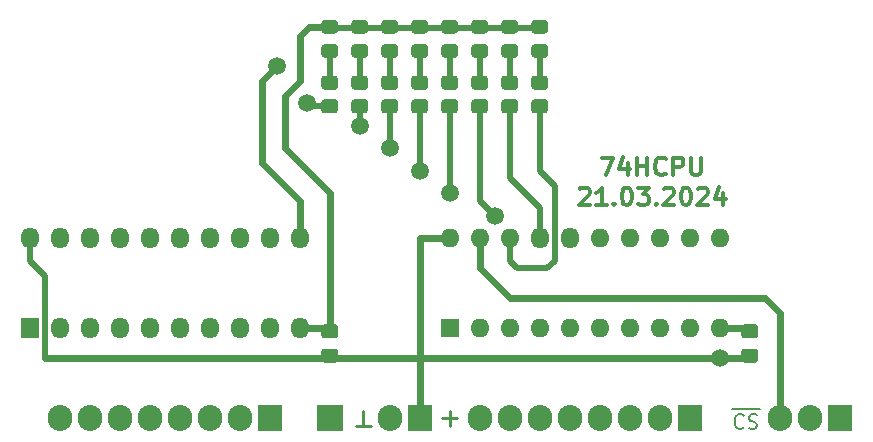
<source format=gbr>
%TF.GenerationSoftware,KiCad,Pcbnew,(5.1.8)-1*%
%TF.CreationDate,2024-03-21T22:44:30+03:00*%
%TF.ProjectId,Reg,5265672e-6b69-4636-9164-5f7063625858,rev?*%
%TF.SameCoordinates,Original*%
%TF.FileFunction,Copper,L1,Top*%
%TF.FilePolarity,Positive*%
%FSLAX46Y46*%
G04 Gerber Fmt 4.6, Leading zero omitted, Abs format (unit mm)*
G04 Created by KiCad (PCBNEW (5.1.8)-1) date 2024-03-21 22:44:30*
%MOMM*%
%LPD*%
G01*
G04 APERTURE LIST*
%TA.AperFunction,NonConductor*%
%ADD10C,0.200000*%
%TD*%
%TA.AperFunction,NonConductor*%
%ADD11C,0.300000*%
%TD*%
%TA.AperFunction,ComponentPad*%
%ADD12R,2.200000X2.200000*%
%TD*%
%TA.AperFunction,ComponentPad*%
%ADD13O,1.500000X1.800000*%
%TD*%
%TA.AperFunction,ComponentPad*%
%ADD14R,1.500000X1.800000*%
%TD*%
%TA.AperFunction,ComponentPad*%
%ADD15O,1.600000X1.600000*%
%TD*%
%TA.AperFunction,ComponentPad*%
%ADD16R,1.600000X1.600000*%
%TD*%
%TA.AperFunction,ComponentPad*%
%ADD17R,2.100000X2.200000*%
%TD*%
%TA.AperFunction,ComponentPad*%
%ADD18O,2.100000X2.200000*%
%TD*%
%TA.AperFunction,ViaPad*%
%ADD19C,1.500000*%
%TD*%
%TA.AperFunction,Conductor*%
%ADD20C,0.250000*%
%TD*%
%TA.AperFunction,Conductor*%
%ADD21C,0.600000*%
%TD*%
%TA.AperFunction,Conductor*%
%ADD22C,0.500000*%
%TD*%
G04 APERTURE END LIST*
D10*
X110271071Y-52533500D02*
X111471071Y-52533500D01*
X111242500Y-54086071D02*
X111185357Y-54143214D01*
X111013928Y-54200357D01*
X110899642Y-54200357D01*
X110728214Y-54143214D01*
X110613928Y-54028928D01*
X110556785Y-53914642D01*
X110499642Y-53686071D01*
X110499642Y-53514642D01*
X110556785Y-53286071D01*
X110613928Y-53171785D01*
X110728214Y-53057500D01*
X110899642Y-53000357D01*
X111013928Y-53000357D01*
X111185357Y-53057500D01*
X111242500Y-53114642D01*
X111471071Y-52533500D02*
X112613928Y-52533500D01*
X111699642Y-54143214D02*
X111871071Y-54200357D01*
X112156785Y-54200357D01*
X112271071Y-54143214D01*
X112328214Y-54086071D01*
X112385357Y-53971785D01*
X112385357Y-53857500D01*
X112328214Y-53743214D01*
X112271071Y-53686071D01*
X112156785Y-53628928D01*
X111928214Y-53571785D01*
X111813928Y-53514642D01*
X111756785Y-53457500D01*
X111699642Y-53343214D01*
X111699642Y-53228928D01*
X111756785Y-53114642D01*
X111813928Y-53057500D01*
X111928214Y-53000357D01*
X112213928Y-53000357D01*
X112385357Y-53057500D01*
D11*
X97362142Y-33928928D02*
X97433571Y-33857500D01*
X97576428Y-33786071D01*
X97933571Y-33786071D01*
X98076428Y-33857500D01*
X98147857Y-33928928D01*
X98219285Y-34071785D01*
X98219285Y-34214642D01*
X98147857Y-34428928D01*
X97290714Y-35286071D01*
X98219285Y-35286071D01*
X99647857Y-35286071D02*
X98790714Y-35286071D01*
X99219285Y-35286071D02*
X99219285Y-33786071D01*
X99076428Y-34000357D01*
X98933571Y-34143214D01*
X98790714Y-34214642D01*
X100290714Y-35143214D02*
X100362142Y-35214642D01*
X100290714Y-35286071D01*
X100219285Y-35214642D01*
X100290714Y-35143214D01*
X100290714Y-35286071D01*
X101290714Y-33786071D02*
X101433571Y-33786071D01*
X101576428Y-33857500D01*
X101647857Y-33928928D01*
X101719285Y-34071785D01*
X101790714Y-34357500D01*
X101790714Y-34714642D01*
X101719285Y-35000357D01*
X101647857Y-35143214D01*
X101576428Y-35214642D01*
X101433571Y-35286071D01*
X101290714Y-35286071D01*
X101147857Y-35214642D01*
X101076428Y-35143214D01*
X101005000Y-35000357D01*
X100933571Y-34714642D01*
X100933571Y-34357500D01*
X101005000Y-34071785D01*
X101076428Y-33928928D01*
X101147857Y-33857500D01*
X101290714Y-33786071D01*
X102290714Y-33786071D02*
X103219285Y-33786071D01*
X102719285Y-34357500D01*
X102933571Y-34357500D01*
X103076428Y-34428928D01*
X103147857Y-34500357D01*
X103219285Y-34643214D01*
X103219285Y-35000357D01*
X103147857Y-35143214D01*
X103076428Y-35214642D01*
X102933571Y-35286071D01*
X102505000Y-35286071D01*
X102362142Y-35214642D01*
X102290714Y-35143214D01*
X103862142Y-35143214D02*
X103933571Y-35214642D01*
X103862142Y-35286071D01*
X103790714Y-35214642D01*
X103862142Y-35143214D01*
X103862142Y-35286071D01*
X104505000Y-33928928D02*
X104576428Y-33857500D01*
X104719285Y-33786071D01*
X105076428Y-33786071D01*
X105219285Y-33857500D01*
X105290714Y-33928928D01*
X105362142Y-34071785D01*
X105362142Y-34214642D01*
X105290714Y-34428928D01*
X104433571Y-35286071D01*
X105362142Y-35286071D01*
X106290714Y-33786071D02*
X106433571Y-33786071D01*
X106576428Y-33857500D01*
X106647857Y-33928928D01*
X106719285Y-34071785D01*
X106790714Y-34357500D01*
X106790714Y-34714642D01*
X106719285Y-35000357D01*
X106647857Y-35143214D01*
X106576428Y-35214642D01*
X106433571Y-35286071D01*
X106290714Y-35286071D01*
X106147857Y-35214642D01*
X106076428Y-35143214D01*
X106005000Y-35000357D01*
X105933571Y-34714642D01*
X105933571Y-34357500D01*
X106005000Y-34071785D01*
X106076428Y-33928928D01*
X106147857Y-33857500D01*
X106290714Y-33786071D01*
X107362142Y-33928928D02*
X107433571Y-33857500D01*
X107576428Y-33786071D01*
X107933571Y-33786071D01*
X108076428Y-33857500D01*
X108147857Y-33928928D01*
X108219285Y-34071785D01*
X108219285Y-34214642D01*
X108147857Y-34428928D01*
X107290714Y-35286071D01*
X108219285Y-35286071D01*
X109505000Y-34286071D02*
X109505000Y-35286071D01*
X109147857Y-33714642D02*
X108790714Y-34786071D01*
X109719285Y-34786071D01*
X99219285Y-31246071D02*
X100219285Y-31246071D01*
X99576428Y-32746071D01*
X101433571Y-31746071D02*
X101433571Y-32746071D01*
X101076428Y-31174642D02*
X100719285Y-32246071D01*
X101647857Y-32246071D01*
X102219285Y-32746071D02*
X102219285Y-31246071D01*
X102219285Y-31960357D02*
X103076428Y-31960357D01*
X103076428Y-32746071D02*
X103076428Y-31246071D01*
X104647857Y-32603214D02*
X104576428Y-32674642D01*
X104362142Y-32746071D01*
X104219285Y-32746071D01*
X104005000Y-32674642D01*
X103862142Y-32531785D01*
X103790714Y-32388928D01*
X103719285Y-32103214D01*
X103719285Y-31888928D01*
X103790714Y-31603214D01*
X103862142Y-31460357D01*
X104005000Y-31317500D01*
X104219285Y-31246071D01*
X104362142Y-31246071D01*
X104576428Y-31317500D01*
X104647857Y-31388928D01*
X105290714Y-32746071D02*
X105290714Y-31246071D01*
X105862142Y-31246071D01*
X106005000Y-31317500D01*
X106076428Y-31388928D01*
X106147857Y-31531785D01*
X106147857Y-31746071D01*
X106076428Y-31888928D01*
X106005000Y-31960357D01*
X105862142Y-32031785D01*
X105290714Y-32031785D01*
X106790714Y-31246071D02*
X106790714Y-32460357D01*
X106862142Y-32603214D01*
X106933571Y-32674642D01*
X107076428Y-32746071D01*
X107362142Y-32746071D01*
X107505000Y-32674642D01*
X107576428Y-32603214D01*
X107647857Y-32460357D01*
X107647857Y-31246071D01*
D12*
%TO.P,J5,1*%
%TO.N,/Res*%
X76200000Y-53340000D03*
%TD*%
D13*
%TO.P,U1,20*%
%TO.N,VCC*%
X50800000Y-38100000D03*
%TO.P,U1,10*%
%TO.N,GND*%
X73660000Y-45720000D03*
%TO.P,U1,19*%
%TO.N,/L7*%
X53340000Y-38100000D03*
%TO.P,U1,9*%
%TO.N,/L1*%
X71120000Y-45720000D03*
%TO.P,U1,18*%
%TO.N,/D7*%
X55880000Y-38100000D03*
%TO.P,U1,8*%
%TO.N,/D1*%
X68580000Y-45720000D03*
%TO.P,U1,17*%
%TO.N,/D4*%
X58420000Y-38100000D03*
%TO.P,U1,7*%
%TO.N,/D2*%
X66040000Y-45720000D03*
%TO.P,U1,16*%
%TO.N,/L4*%
X60960000Y-38100000D03*
%TO.P,U1,6*%
%TO.N,/L2*%
X63500000Y-45720000D03*
%TO.P,U1,15*%
%TO.N,/L3*%
X63500000Y-38100000D03*
%TO.P,U1,5*%
%TO.N,/L5*%
X60960000Y-45720000D03*
%TO.P,U1,14*%
%TO.N,/D3*%
X66040000Y-38100000D03*
%TO.P,U1,4*%
%TO.N,/D5*%
X58420000Y-45720000D03*
%TO.P,U1,13*%
%TO.N,/D0*%
X68580000Y-38100000D03*
%TO.P,U1,3*%
%TO.N,/D6*%
X55880000Y-45720000D03*
%TO.P,U1,12*%
%TO.N,/L0*%
X71120000Y-38100000D03*
%TO.P,U1,2*%
%TO.N,/L6*%
X53340000Y-45720000D03*
%TO.P,U1,11*%
%TO.N,Net-(U1-Pad11)*%
X73660000Y-38100000D03*
D14*
%TO.P,U1,1*%
%TO.N,Net-(U1-Pad1)*%
X50800000Y-45720000D03*
%TD*%
D15*
%TO.P,U2,20*%
%TO.N,VCC*%
X86360000Y-38100000D03*
%TO.P,U2,10*%
%TO.N,GND*%
X109220000Y-45720000D03*
%TO.P,U2,19*%
%TO.N,/~CS*%
X88900000Y-38100000D03*
%TO.P,U2,9*%
%TO.N,/Q7*%
X106680000Y-45720000D03*
%TO.P,U2,18*%
%TO.N,/L0*%
X91440000Y-38100000D03*
%TO.P,U2,8*%
%TO.N,/Q6*%
X104140000Y-45720000D03*
D13*
%TO.P,U2,17*%
%TO.N,/L1*%
X93980000Y-38100000D03*
D15*
%TO.P,U2,7*%
%TO.N,/Q5*%
X101600000Y-45720000D03*
D13*
%TO.P,U2,16*%
%TO.N,/L2*%
X96520000Y-38100000D03*
D15*
%TO.P,U2,6*%
%TO.N,/Q4*%
X99060000Y-45720000D03*
%TO.P,U2,15*%
%TO.N,/L3*%
X99060000Y-38100000D03*
%TO.P,U2,5*%
%TO.N,/Q3*%
X96520000Y-45720000D03*
%TO.P,U2,14*%
%TO.N,/L4*%
X101600000Y-38100000D03*
%TO.P,U2,4*%
%TO.N,/Q2*%
X93980000Y-45720000D03*
%TO.P,U2,13*%
%TO.N,/L5*%
X104140000Y-38100000D03*
%TO.P,U2,3*%
%TO.N,/Q1*%
X91440000Y-45720000D03*
%TO.P,U2,12*%
%TO.N,/L6*%
X106680000Y-38100000D03*
%TO.P,U2,2*%
%TO.N,/Q0*%
X88900000Y-45720000D03*
%TO.P,U2,11*%
%TO.N,/L7*%
X109220000Y-38100000D03*
D16*
%TO.P,U2,1*%
%TO.N,GND*%
X86360000Y-45720000D03*
%TD*%
%TO.P,C2,2*%
%TO.N,GND*%
%TA.AperFunction,SMDPad,CuDef*%
G36*
G01*
X112235000Y-46540000D02*
X111285000Y-46540000D01*
G75*
G02*
X111035000Y-46290000I0J250000D01*
G01*
X111035000Y-45615000D01*
G75*
G02*
X111285000Y-45365000I250000J0D01*
G01*
X112235000Y-45365000D01*
G75*
G02*
X112485000Y-45615000I0J-250000D01*
G01*
X112485000Y-46290000D01*
G75*
G02*
X112235000Y-46540000I-250000J0D01*
G01*
G37*
%TD.AperFunction*%
%TO.P,C2,1*%
%TO.N,VCC*%
%TA.AperFunction,SMDPad,CuDef*%
G36*
G01*
X112235000Y-48615000D02*
X111285000Y-48615000D01*
G75*
G02*
X111035000Y-48365000I0J250000D01*
G01*
X111035000Y-47690000D01*
G75*
G02*
X111285000Y-47440000I250000J0D01*
G01*
X112235000Y-47440000D01*
G75*
G02*
X112485000Y-47690000I0J-250000D01*
G01*
X112485000Y-48365000D01*
G75*
G02*
X112235000Y-48615000I-250000J0D01*
G01*
G37*
%TD.AperFunction*%
%TD*%
%TO.P,R9,2*%
%TO.N,Net-(D8-Pad2)*%
%TA.AperFunction,SMDPad,CuDef*%
G36*
G01*
X76650001Y-25508000D02*
X75749999Y-25508000D01*
G75*
G02*
X75500000Y-25258001I0J249999D01*
G01*
X75500000Y-24557999D01*
G75*
G02*
X75749999Y-24308000I249999J0D01*
G01*
X76650001Y-24308000D01*
G75*
G02*
X76900000Y-24557999I0J-249999D01*
G01*
X76900000Y-25258001D01*
G75*
G02*
X76650001Y-25508000I-249999J0D01*
G01*
G37*
%TD.AperFunction*%
%TO.P,R9,1*%
%TO.N,/L7*%
%TA.AperFunction,SMDPad,CuDef*%
G36*
G01*
X76650001Y-27508000D02*
X75749999Y-27508000D01*
G75*
G02*
X75500000Y-27258001I0J249999D01*
G01*
X75500000Y-26557999D01*
G75*
G02*
X75749999Y-26308000I249999J0D01*
G01*
X76650001Y-26308000D01*
G75*
G02*
X76900000Y-26557999I0J-249999D01*
G01*
X76900000Y-27258001D01*
G75*
G02*
X76650001Y-27508000I-249999J0D01*
G01*
G37*
%TD.AperFunction*%
%TD*%
%TO.P,R8,2*%
%TO.N,Net-(D7-Pad2)*%
%TA.AperFunction,SMDPad,CuDef*%
G36*
G01*
X79190001Y-25508000D02*
X78289999Y-25508000D01*
G75*
G02*
X78040000Y-25258001I0J249999D01*
G01*
X78040000Y-24557999D01*
G75*
G02*
X78289999Y-24308000I249999J0D01*
G01*
X79190001Y-24308000D01*
G75*
G02*
X79440000Y-24557999I0J-249999D01*
G01*
X79440000Y-25258001D01*
G75*
G02*
X79190001Y-25508000I-249999J0D01*
G01*
G37*
%TD.AperFunction*%
%TO.P,R8,1*%
%TO.N,/L6*%
%TA.AperFunction,SMDPad,CuDef*%
G36*
G01*
X79190001Y-27508000D02*
X78289999Y-27508000D01*
G75*
G02*
X78040000Y-27258001I0J249999D01*
G01*
X78040000Y-26557999D01*
G75*
G02*
X78289999Y-26308000I249999J0D01*
G01*
X79190001Y-26308000D01*
G75*
G02*
X79440000Y-26557999I0J-249999D01*
G01*
X79440000Y-27258001D01*
G75*
G02*
X79190001Y-27508000I-249999J0D01*
G01*
G37*
%TD.AperFunction*%
%TD*%
%TO.P,R7,2*%
%TO.N,Net-(D6-Pad2)*%
%TA.AperFunction,SMDPad,CuDef*%
G36*
G01*
X81730001Y-25508000D02*
X80829999Y-25508000D01*
G75*
G02*
X80580000Y-25258001I0J249999D01*
G01*
X80580000Y-24557999D01*
G75*
G02*
X80829999Y-24308000I249999J0D01*
G01*
X81730001Y-24308000D01*
G75*
G02*
X81980000Y-24557999I0J-249999D01*
G01*
X81980000Y-25258001D01*
G75*
G02*
X81730001Y-25508000I-249999J0D01*
G01*
G37*
%TD.AperFunction*%
%TO.P,R7,1*%
%TO.N,/L5*%
%TA.AperFunction,SMDPad,CuDef*%
G36*
G01*
X81730001Y-27508000D02*
X80829999Y-27508000D01*
G75*
G02*
X80580000Y-27258001I0J249999D01*
G01*
X80580000Y-26557999D01*
G75*
G02*
X80829999Y-26308000I249999J0D01*
G01*
X81730001Y-26308000D01*
G75*
G02*
X81980000Y-26557999I0J-249999D01*
G01*
X81980000Y-27258001D01*
G75*
G02*
X81730001Y-27508000I-249999J0D01*
G01*
G37*
%TD.AperFunction*%
%TD*%
%TO.P,R6,2*%
%TO.N,Net-(D5-Pad2)*%
%TA.AperFunction,SMDPad,CuDef*%
G36*
G01*
X84270001Y-25508000D02*
X83369999Y-25508000D01*
G75*
G02*
X83120000Y-25258001I0J249999D01*
G01*
X83120000Y-24557999D01*
G75*
G02*
X83369999Y-24308000I249999J0D01*
G01*
X84270001Y-24308000D01*
G75*
G02*
X84520000Y-24557999I0J-249999D01*
G01*
X84520000Y-25258001D01*
G75*
G02*
X84270001Y-25508000I-249999J0D01*
G01*
G37*
%TD.AperFunction*%
%TO.P,R6,1*%
%TO.N,/L4*%
%TA.AperFunction,SMDPad,CuDef*%
G36*
G01*
X84270001Y-27508000D02*
X83369999Y-27508000D01*
G75*
G02*
X83120000Y-27258001I0J249999D01*
G01*
X83120000Y-26557999D01*
G75*
G02*
X83369999Y-26308000I249999J0D01*
G01*
X84270001Y-26308000D01*
G75*
G02*
X84520000Y-26557999I0J-249999D01*
G01*
X84520000Y-27258001D01*
G75*
G02*
X84270001Y-27508000I-249999J0D01*
G01*
G37*
%TD.AperFunction*%
%TD*%
%TO.P,R5,2*%
%TO.N,Net-(D4-Pad2)*%
%TA.AperFunction,SMDPad,CuDef*%
G36*
G01*
X86810001Y-25508000D02*
X85909999Y-25508000D01*
G75*
G02*
X85660000Y-25258001I0J249999D01*
G01*
X85660000Y-24557999D01*
G75*
G02*
X85909999Y-24308000I249999J0D01*
G01*
X86810001Y-24308000D01*
G75*
G02*
X87060000Y-24557999I0J-249999D01*
G01*
X87060000Y-25258001D01*
G75*
G02*
X86810001Y-25508000I-249999J0D01*
G01*
G37*
%TD.AperFunction*%
%TO.P,R5,1*%
%TO.N,/L3*%
%TA.AperFunction,SMDPad,CuDef*%
G36*
G01*
X86810001Y-27508000D02*
X85909999Y-27508000D01*
G75*
G02*
X85660000Y-27258001I0J249999D01*
G01*
X85660000Y-26557999D01*
G75*
G02*
X85909999Y-26308000I249999J0D01*
G01*
X86810001Y-26308000D01*
G75*
G02*
X87060000Y-26557999I0J-249999D01*
G01*
X87060000Y-27258001D01*
G75*
G02*
X86810001Y-27508000I-249999J0D01*
G01*
G37*
%TD.AperFunction*%
%TD*%
%TO.P,R4,2*%
%TO.N,Net-(D3-Pad2)*%
%TA.AperFunction,SMDPad,CuDef*%
G36*
G01*
X89350001Y-25508000D02*
X88449999Y-25508000D01*
G75*
G02*
X88200000Y-25258001I0J249999D01*
G01*
X88200000Y-24557999D01*
G75*
G02*
X88449999Y-24308000I249999J0D01*
G01*
X89350001Y-24308000D01*
G75*
G02*
X89600000Y-24557999I0J-249999D01*
G01*
X89600000Y-25258001D01*
G75*
G02*
X89350001Y-25508000I-249999J0D01*
G01*
G37*
%TD.AperFunction*%
%TO.P,R4,1*%
%TO.N,/L2*%
%TA.AperFunction,SMDPad,CuDef*%
G36*
G01*
X89350001Y-27508000D02*
X88449999Y-27508000D01*
G75*
G02*
X88200000Y-27258001I0J249999D01*
G01*
X88200000Y-26557999D01*
G75*
G02*
X88449999Y-26308000I249999J0D01*
G01*
X89350001Y-26308000D01*
G75*
G02*
X89600000Y-26557999I0J-249999D01*
G01*
X89600000Y-27258001D01*
G75*
G02*
X89350001Y-27508000I-249999J0D01*
G01*
G37*
%TD.AperFunction*%
%TD*%
%TO.P,R3,2*%
%TO.N,Net-(D2-Pad2)*%
%TA.AperFunction,SMDPad,CuDef*%
G36*
G01*
X91890001Y-25508000D02*
X90989999Y-25508000D01*
G75*
G02*
X90740000Y-25258001I0J249999D01*
G01*
X90740000Y-24557999D01*
G75*
G02*
X90989999Y-24308000I249999J0D01*
G01*
X91890001Y-24308000D01*
G75*
G02*
X92140000Y-24557999I0J-249999D01*
G01*
X92140000Y-25258001D01*
G75*
G02*
X91890001Y-25508000I-249999J0D01*
G01*
G37*
%TD.AperFunction*%
%TO.P,R3,1*%
%TO.N,/L1*%
%TA.AperFunction,SMDPad,CuDef*%
G36*
G01*
X91890001Y-27508000D02*
X90989999Y-27508000D01*
G75*
G02*
X90740000Y-27258001I0J249999D01*
G01*
X90740000Y-26557999D01*
G75*
G02*
X90989999Y-26308000I249999J0D01*
G01*
X91890001Y-26308000D01*
G75*
G02*
X92140000Y-26557999I0J-249999D01*
G01*
X92140000Y-27258001D01*
G75*
G02*
X91890001Y-27508000I-249999J0D01*
G01*
G37*
%TD.AperFunction*%
%TD*%
%TO.P,R2,2*%
%TO.N,Net-(D1-Pad2)*%
%TA.AperFunction,SMDPad,CuDef*%
G36*
G01*
X94430001Y-25508000D02*
X93529999Y-25508000D01*
G75*
G02*
X93280000Y-25258001I0J249999D01*
G01*
X93280000Y-24557999D01*
G75*
G02*
X93529999Y-24308000I249999J0D01*
G01*
X94430001Y-24308000D01*
G75*
G02*
X94680000Y-24557999I0J-249999D01*
G01*
X94680000Y-25258001D01*
G75*
G02*
X94430001Y-25508000I-249999J0D01*
G01*
G37*
%TD.AperFunction*%
%TO.P,R2,1*%
%TO.N,/L0*%
%TA.AperFunction,SMDPad,CuDef*%
G36*
G01*
X94430001Y-27508000D02*
X93529999Y-27508000D01*
G75*
G02*
X93280000Y-27258001I0J249999D01*
G01*
X93280000Y-26557999D01*
G75*
G02*
X93529999Y-26308000I249999J0D01*
G01*
X94430001Y-26308000D01*
G75*
G02*
X94680000Y-26557999I0J-249999D01*
G01*
X94680000Y-27258001D01*
G75*
G02*
X94430001Y-27508000I-249999J0D01*
G01*
G37*
%TD.AperFunction*%
%TD*%
%TO.P,D8,2*%
%TO.N,Net-(D8-Pad2)*%
%TA.AperFunction,SMDPad,CuDef*%
G36*
G01*
X75749999Y-21650000D02*
X76650001Y-21650000D01*
G75*
G02*
X76900000Y-21899999I0J-249999D01*
G01*
X76900000Y-22550001D01*
G75*
G02*
X76650001Y-22800000I-249999J0D01*
G01*
X75749999Y-22800000D01*
G75*
G02*
X75500000Y-22550001I0J249999D01*
G01*
X75500000Y-21899999D01*
G75*
G02*
X75749999Y-21650000I249999J0D01*
G01*
G37*
%TD.AperFunction*%
%TO.P,D8,1*%
%TO.N,GND*%
%TA.AperFunction,SMDPad,CuDef*%
G36*
G01*
X75749999Y-19600000D02*
X76650001Y-19600000D01*
G75*
G02*
X76900000Y-19849999I0J-249999D01*
G01*
X76900000Y-20500001D01*
G75*
G02*
X76650001Y-20750000I-249999J0D01*
G01*
X75749999Y-20750000D01*
G75*
G02*
X75500000Y-20500001I0J249999D01*
G01*
X75500000Y-19849999D01*
G75*
G02*
X75749999Y-19600000I249999J0D01*
G01*
G37*
%TD.AperFunction*%
%TD*%
%TO.P,D7,2*%
%TO.N,Net-(D7-Pad2)*%
%TA.AperFunction,SMDPad,CuDef*%
G36*
G01*
X78289999Y-21650000D02*
X79190001Y-21650000D01*
G75*
G02*
X79440000Y-21899999I0J-249999D01*
G01*
X79440000Y-22550001D01*
G75*
G02*
X79190001Y-22800000I-249999J0D01*
G01*
X78289999Y-22800000D01*
G75*
G02*
X78040000Y-22550001I0J249999D01*
G01*
X78040000Y-21899999D01*
G75*
G02*
X78289999Y-21650000I249999J0D01*
G01*
G37*
%TD.AperFunction*%
%TO.P,D7,1*%
%TO.N,GND*%
%TA.AperFunction,SMDPad,CuDef*%
G36*
G01*
X78289999Y-19600000D02*
X79190001Y-19600000D01*
G75*
G02*
X79440000Y-19849999I0J-249999D01*
G01*
X79440000Y-20500001D01*
G75*
G02*
X79190001Y-20750000I-249999J0D01*
G01*
X78289999Y-20750000D01*
G75*
G02*
X78040000Y-20500001I0J249999D01*
G01*
X78040000Y-19849999D01*
G75*
G02*
X78289999Y-19600000I249999J0D01*
G01*
G37*
%TD.AperFunction*%
%TD*%
%TO.P,D6,2*%
%TO.N,Net-(D6-Pad2)*%
%TA.AperFunction,SMDPad,CuDef*%
G36*
G01*
X80829999Y-21650000D02*
X81730001Y-21650000D01*
G75*
G02*
X81980000Y-21899999I0J-249999D01*
G01*
X81980000Y-22550001D01*
G75*
G02*
X81730001Y-22800000I-249999J0D01*
G01*
X80829999Y-22800000D01*
G75*
G02*
X80580000Y-22550001I0J249999D01*
G01*
X80580000Y-21899999D01*
G75*
G02*
X80829999Y-21650000I249999J0D01*
G01*
G37*
%TD.AperFunction*%
%TO.P,D6,1*%
%TO.N,GND*%
%TA.AperFunction,SMDPad,CuDef*%
G36*
G01*
X80829999Y-19600000D02*
X81730001Y-19600000D01*
G75*
G02*
X81980000Y-19849999I0J-249999D01*
G01*
X81980000Y-20500001D01*
G75*
G02*
X81730001Y-20750000I-249999J0D01*
G01*
X80829999Y-20750000D01*
G75*
G02*
X80580000Y-20500001I0J249999D01*
G01*
X80580000Y-19849999D01*
G75*
G02*
X80829999Y-19600000I249999J0D01*
G01*
G37*
%TD.AperFunction*%
%TD*%
%TO.P,D5,2*%
%TO.N,Net-(D5-Pad2)*%
%TA.AperFunction,SMDPad,CuDef*%
G36*
G01*
X83369999Y-21650000D02*
X84270001Y-21650000D01*
G75*
G02*
X84520000Y-21899999I0J-249999D01*
G01*
X84520000Y-22550001D01*
G75*
G02*
X84270001Y-22800000I-249999J0D01*
G01*
X83369999Y-22800000D01*
G75*
G02*
X83120000Y-22550001I0J249999D01*
G01*
X83120000Y-21899999D01*
G75*
G02*
X83369999Y-21650000I249999J0D01*
G01*
G37*
%TD.AperFunction*%
%TO.P,D5,1*%
%TO.N,GND*%
%TA.AperFunction,SMDPad,CuDef*%
G36*
G01*
X83369999Y-19600000D02*
X84270001Y-19600000D01*
G75*
G02*
X84520000Y-19849999I0J-249999D01*
G01*
X84520000Y-20500001D01*
G75*
G02*
X84270001Y-20750000I-249999J0D01*
G01*
X83369999Y-20750000D01*
G75*
G02*
X83120000Y-20500001I0J249999D01*
G01*
X83120000Y-19849999D01*
G75*
G02*
X83369999Y-19600000I249999J0D01*
G01*
G37*
%TD.AperFunction*%
%TD*%
%TO.P,D4,2*%
%TO.N,Net-(D4-Pad2)*%
%TA.AperFunction,SMDPad,CuDef*%
G36*
G01*
X85909999Y-21650000D02*
X86810001Y-21650000D01*
G75*
G02*
X87060000Y-21899999I0J-249999D01*
G01*
X87060000Y-22550001D01*
G75*
G02*
X86810001Y-22800000I-249999J0D01*
G01*
X85909999Y-22800000D01*
G75*
G02*
X85660000Y-22550001I0J249999D01*
G01*
X85660000Y-21899999D01*
G75*
G02*
X85909999Y-21650000I249999J0D01*
G01*
G37*
%TD.AperFunction*%
%TO.P,D4,1*%
%TO.N,GND*%
%TA.AperFunction,SMDPad,CuDef*%
G36*
G01*
X85909999Y-19600000D02*
X86810001Y-19600000D01*
G75*
G02*
X87060000Y-19849999I0J-249999D01*
G01*
X87060000Y-20500001D01*
G75*
G02*
X86810001Y-20750000I-249999J0D01*
G01*
X85909999Y-20750000D01*
G75*
G02*
X85660000Y-20500001I0J249999D01*
G01*
X85660000Y-19849999D01*
G75*
G02*
X85909999Y-19600000I249999J0D01*
G01*
G37*
%TD.AperFunction*%
%TD*%
%TO.P,D3,2*%
%TO.N,Net-(D3-Pad2)*%
%TA.AperFunction,SMDPad,CuDef*%
G36*
G01*
X88449999Y-21650000D02*
X89350001Y-21650000D01*
G75*
G02*
X89600000Y-21899999I0J-249999D01*
G01*
X89600000Y-22550001D01*
G75*
G02*
X89350001Y-22800000I-249999J0D01*
G01*
X88449999Y-22800000D01*
G75*
G02*
X88200000Y-22550001I0J249999D01*
G01*
X88200000Y-21899999D01*
G75*
G02*
X88449999Y-21650000I249999J0D01*
G01*
G37*
%TD.AperFunction*%
%TO.P,D3,1*%
%TO.N,GND*%
%TA.AperFunction,SMDPad,CuDef*%
G36*
G01*
X88449999Y-19600000D02*
X89350001Y-19600000D01*
G75*
G02*
X89600000Y-19849999I0J-249999D01*
G01*
X89600000Y-20500001D01*
G75*
G02*
X89350001Y-20750000I-249999J0D01*
G01*
X88449999Y-20750000D01*
G75*
G02*
X88200000Y-20500001I0J249999D01*
G01*
X88200000Y-19849999D01*
G75*
G02*
X88449999Y-19600000I249999J0D01*
G01*
G37*
%TD.AperFunction*%
%TD*%
%TO.P,D2,2*%
%TO.N,Net-(D2-Pad2)*%
%TA.AperFunction,SMDPad,CuDef*%
G36*
G01*
X90989999Y-21650000D02*
X91890001Y-21650000D01*
G75*
G02*
X92140000Y-21899999I0J-249999D01*
G01*
X92140000Y-22550001D01*
G75*
G02*
X91890001Y-22800000I-249999J0D01*
G01*
X90989999Y-22800000D01*
G75*
G02*
X90740000Y-22550001I0J249999D01*
G01*
X90740000Y-21899999D01*
G75*
G02*
X90989999Y-21650000I249999J0D01*
G01*
G37*
%TD.AperFunction*%
%TO.P,D2,1*%
%TO.N,GND*%
%TA.AperFunction,SMDPad,CuDef*%
G36*
G01*
X90989999Y-19600000D02*
X91890001Y-19600000D01*
G75*
G02*
X92140000Y-19849999I0J-249999D01*
G01*
X92140000Y-20500001D01*
G75*
G02*
X91890001Y-20750000I-249999J0D01*
G01*
X90989999Y-20750000D01*
G75*
G02*
X90740000Y-20500001I0J249999D01*
G01*
X90740000Y-19849999D01*
G75*
G02*
X90989999Y-19600000I249999J0D01*
G01*
G37*
%TD.AperFunction*%
%TD*%
%TO.P,D1,2*%
%TO.N,Net-(D1-Pad2)*%
%TA.AperFunction,SMDPad,CuDef*%
G36*
G01*
X93529999Y-21650000D02*
X94430001Y-21650000D01*
G75*
G02*
X94680000Y-21899999I0J-249999D01*
G01*
X94680000Y-22550001D01*
G75*
G02*
X94430001Y-22800000I-249999J0D01*
G01*
X93529999Y-22800000D01*
G75*
G02*
X93280000Y-22550001I0J249999D01*
G01*
X93280000Y-21899999D01*
G75*
G02*
X93529999Y-21650000I249999J0D01*
G01*
G37*
%TD.AperFunction*%
%TO.P,D1,1*%
%TO.N,GND*%
%TA.AperFunction,SMDPad,CuDef*%
G36*
G01*
X93529999Y-19600000D02*
X94430001Y-19600000D01*
G75*
G02*
X94680000Y-19849999I0J-249999D01*
G01*
X94680000Y-20500001D01*
G75*
G02*
X94430001Y-20750000I-249999J0D01*
G01*
X93529999Y-20750000D01*
G75*
G02*
X93280000Y-20500001I0J249999D01*
G01*
X93280000Y-19849999D01*
G75*
G02*
X93529999Y-19600000I249999J0D01*
G01*
G37*
%TD.AperFunction*%
%TD*%
%TO.P,C1,1*%
%TO.N,VCC*%
%TA.AperFunction,SMDPad,CuDef*%
G36*
G01*
X76675000Y-48615000D02*
X75725000Y-48615000D01*
G75*
G02*
X75475000Y-48365000I0J250000D01*
G01*
X75475000Y-47690000D01*
G75*
G02*
X75725000Y-47440000I250000J0D01*
G01*
X76675000Y-47440000D01*
G75*
G02*
X76925000Y-47690000I0J-250000D01*
G01*
X76925000Y-48365000D01*
G75*
G02*
X76675000Y-48615000I-250000J0D01*
G01*
G37*
%TD.AperFunction*%
%TO.P,C1,2*%
%TO.N,GND*%
%TA.AperFunction,SMDPad,CuDef*%
G36*
G01*
X76675000Y-46540000D02*
X75725000Y-46540000D01*
G75*
G02*
X75475000Y-46290000I0J250000D01*
G01*
X75475000Y-45615000D01*
G75*
G02*
X75725000Y-45365000I250000J0D01*
G01*
X76675000Y-45365000D01*
G75*
G02*
X76925000Y-45615000I0J-250000D01*
G01*
X76925000Y-46290000D01*
G75*
G02*
X76675000Y-46540000I-250000J0D01*
G01*
G37*
%TD.AperFunction*%
%TD*%
D17*
%TO.P,J1,1*%
%TO.N,/D0*%
X71120000Y-53340000D03*
D18*
%TO.P,J1,2*%
%TO.N,/D1*%
X68580000Y-53340000D03*
%TO.P,J1,3*%
%TO.N,/D2*%
X66040000Y-53340000D03*
%TO.P,J1,4*%
%TO.N,/D3*%
X63500000Y-53340000D03*
%TO.P,J1,5*%
%TO.N,/D4*%
X60960000Y-53340000D03*
%TO.P,J1,6*%
%TO.N,/D5*%
X58420000Y-53340000D03*
%TO.P,J1,7*%
%TO.N,/D6*%
X55880000Y-53340000D03*
%TO.P,J1,8*%
%TO.N,/D7*%
X53340000Y-53340000D03*
%TD*%
%TO.P,J2,8*%
%TO.N,/Q0*%
X88900000Y-53340000D03*
%TO.P,J2,7*%
%TO.N,/Q1*%
X91440000Y-53340000D03*
%TO.P,J2,6*%
%TO.N,/Q2*%
X93980000Y-53340000D03*
%TO.P,J2,5*%
%TO.N,/Q3*%
X96520000Y-53340000D03*
%TO.P,J2,4*%
%TO.N,/Q4*%
X99060000Y-53340000D03*
%TO.P,J2,3*%
%TO.N,/Q5*%
X101600000Y-53340000D03*
%TO.P,J2,2*%
%TO.N,/Q6*%
X104140000Y-53340000D03*
D17*
%TO.P,J2,1*%
%TO.N,/Q7*%
X106680000Y-53340000D03*
%TD*%
%TO.P,J3,1*%
%TO.N,VCC*%
X83820000Y-53340000D03*
D18*
%TO.P,J3,2*%
%TO.N,GND*%
X81280000Y-53340000D03*
%TD*%
D17*
%TO.P,J4,1*%
%TO.N,/~Row*%
X119380000Y-53340000D03*
D18*
%TO.P,J4,2*%
%TO.N,/~Col*%
X116840000Y-53340000D03*
%TO.P,J4,3*%
%TO.N,/~CS*%
X114300000Y-53340000D03*
%TD*%
D19*
%TO.N,VCC*%
X109220000Y-48260000D03*
%TO.N,Net-(U1-Pad11)*%
X71755000Y-23495000D03*
%TO.N,/L2*%
X90170000Y-36195000D03*
%TO.N,/L3*%
X86360000Y-34290000D03*
%TO.N,/L4*%
X83820000Y-32385000D03*
%TO.N,/L5*%
X81280000Y-30480000D03*
%TO.N,/L6*%
X78740000Y-28575000D03*
%TO.N,/L7*%
X74295000Y-26670000D03*
%TD*%
D20*
%TO.N,*%
X85725000Y-53340000D02*
X86995000Y-53340000D01*
X86360000Y-52705000D02*
X86360000Y-53975000D01*
X79057500Y-52705000D02*
X79057500Y-53975000D01*
X78422500Y-53975000D02*
X79692500Y-53975000D01*
D21*
%TO.N,VCC*%
X83820000Y-48260000D02*
X111760000Y-48260000D01*
D22*
X52070000Y-42545000D02*
X52070000Y-48260000D01*
D21*
X83820000Y-48260000D02*
X52070000Y-48260000D01*
X83820000Y-42545000D02*
X83820000Y-53340000D01*
D22*
X52070000Y-41275000D02*
X50800000Y-40005000D01*
X52070000Y-42545000D02*
X52070000Y-41275000D01*
X50800000Y-40005000D02*
X50800000Y-38100000D01*
D21*
X86360000Y-38100000D02*
X83820000Y-38100000D01*
X83820000Y-38100000D02*
X83820000Y-42545000D01*
D22*
%TO.N,GND*%
X76200000Y-20320000D02*
X93980000Y-20320000D01*
D21*
X111760000Y-45720000D02*
X109220000Y-45720000D01*
X76200000Y-45720000D02*
X73660000Y-45720000D01*
X76200000Y-34290000D02*
X76200000Y-45952500D01*
X72390000Y-26035000D02*
X72390000Y-30480000D01*
X73660000Y-24765000D02*
X72390000Y-26035000D01*
X73660000Y-20955000D02*
X73660000Y-24765000D01*
X74440000Y-20175000D02*
X73660000Y-20955000D01*
X72390000Y-30480000D02*
X76200000Y-34290000D01*
X76200000Y-20175000D02*
X74440000Y-20175000D01*
%TO.N,Net-(U1-Pad11)*%
X73660000Y-34925000D02*
X73660000Y-38100000D01*
X70485000Y-31750000D02*
X73660000Y-34925000D01*
X70485000Y-24765000D02*
X70485000Y-31750000D01*
X71755000Y-23495000D02*
X70485000Y-24765000D01*
%TO.N,/~CS*%
X88900000Y-40640000D02*
X91440000Y-43180000D01*
X88900000Y-38100000D02*
X88900000Y-40640000D01*
X113030000Y-43180000D02*
X114300000Y-44450000D01*
X114300000Y-44450000D02*
X114300000Y-53340000D01*
X91440000Y-43180000D02*
X113030000Y-43180000D01*
D22*
%TO.N,Net-(D1-Pad2)*%
X93980000Y-22225000D02*
X93980000Y-24908000D01*
%TO.N,Net-(D2-Pad2)*%
X91440000Y-22225000D02*
X91440000Y-24908000D01*
%TO.N,Net-(D3-Pad2)*%
X88900000Y-22225000D02*
X88900000Y-24908000D01*
%TO.N,Net-(D4-Pad2)*%
X86360000Y-22225000D02*
X86360000Y-24908000D01*
%TO.N,Net-(D5-Pad2)*%
X83820000Y-22225000D02*
X83820000Y-24908000D01*
%TO.N,Net-(D6-Pad2)*%
X81280000Y-22225000D02*
X81280000Y-24908000D01*
%TO.N,Net-(D7-Pad2)*%
X78740000Y-22225000D02*
X78740000Y-24908000D01*
%TO.N,Net-(D8-Pad2)*%
X76200000Y-22225000D02*
X76200000Y-24908000D01*
%TO.N,/L0*%
X93980000Y-26908000D02*
X93980000Y-32385000D01*
X93980000Y-32385000D02*
X95250000Y-33655000D01*
X95250000Y-33655000D02*
X95250000Y-40005000D01*
X95250000Y-40005000D02*
X94615000Y-40640000D01*
X94615000Y-40640000D02*
X92075000Y-40640000D01*
X92075000Y-40640000D02*
X91440000Y-40005000D01*
X91440000Y-40005000D02*
X91440000Y-38100000D01*
%TO.N,/L1*%
X91440000Y-26908000D02*
X91440000Y-33020000D01*
X93980000Y-35560000D02*
X93980000Y-38100000D01*
X91440000Y-33020000D02*
X93980000Y-35560000D01*
%TO.N,/L2*%
X88900000Y-26908000D02*
X88900000Y-34925000D01*
X88900000Y-34925000D02*
X90170000Y-36195000D01*
%TO.N,/L3*%
X86360000Y-26908000D02*
X86360000Y-34290000D01*
X86360000Y-34290000D02*
X86360000Y-34290000D01*
%TO.N,/L4*%
X83820000Y-26908000D02*
X83820000Y-32385000D01*
X83820000Y-32385000D02*
X83820000Y-32385000D01*
%TO.N,/L5*%
X81280000Y-26908000D02*
X81280000Y-30480000D01*
%TO.N,/L6*%
X78740000Y-26908000D02*
X78740000Y-28575000D01*
X78740000Y-28575000D02*
X78740000Y-28575000D01*
%TO.N,/L7*%
X76200000Y-26908000D02*
X74533000Y-26908000D01*
X74533000Y-26908000D02*
X74295000Y-26670000D01*
X74295000Y-26670000D02*
X74295000Y-26670000D01*
%TD*%
M02*

</source>
